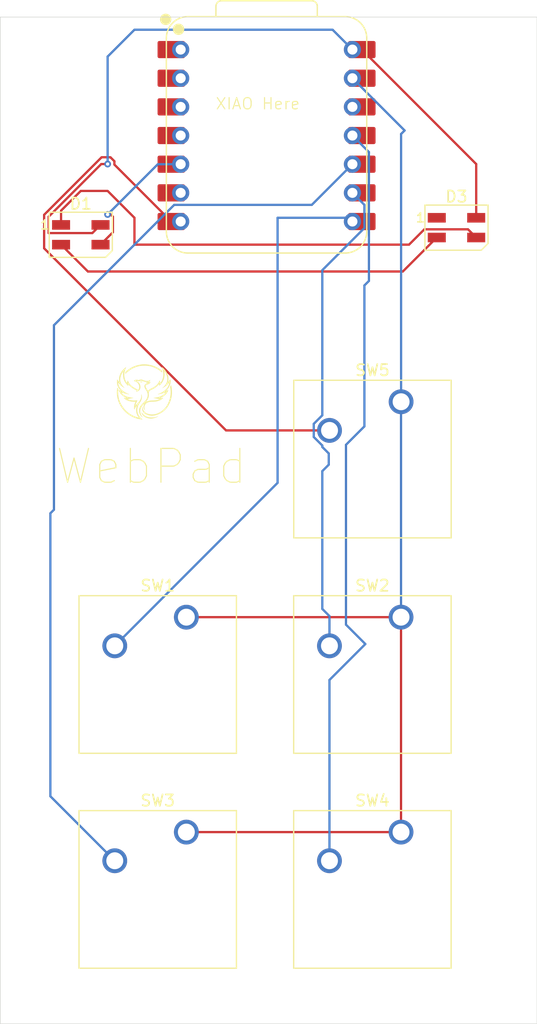
<source format=kicad_pcb>
(kicad_pcb (version 20241229) (generator "pcbnew") (generator_version "9.0")
  (layers (0 "F.Cu" signal) (2 "B.Cu" signal) (13 "F.Paste" user) (15 "B.Paste" user) (5 "F.SilkS" user "F.Silkscreen") (7 "B.SilkS" user "B.Silkscreen") (1 "F.Mask" user) (3 "B.Mask" user) (25 "Edge.Cuts" user))
  (net 0 "")
  (net 1 "Net-(D1-DOUT)")
  (net 2 "Net-(D1-VSS)")
  (net 3 "+5V")
  (net 4 "Net-(D1-DIN)")
  (net 6 "GND")
  (net 7 "Net-(U1-GPIO1{slash}RX)")
  (net 8 "Net-(U1-GPIO2{slash}SCK)")
  (net 9 "Net-(U1-GPIO4{slash}MISO)")
  (net 10 "Net-(U1-GPIO3{slash}MOSI)")
  (net 14 "Net-(U1-GPIO0{slash}TX)")
  (footprint "LED_SMD:LED_SK6812MINI_PLCC4_3.5x3.5mm_P1.75mm" (layer "F.Cu") (at 207.16875 46.11875)
    (property "Reference" "D3")
    (property "Value" "SK6812MINI")
  )
  (footprint "Button_Switch_Keyboard:SW_Cherry_MX_1.00u_PCB" (layer "F.Cu") (at 183.1975 80.645)
    (property "Reference" "SW1")
    (property "Value" "SW_Push")
  )
  (footprint "KiCAD OPL:XIAO-RP2040-DIP" (layer "F.Cu") (at 190.314992 37.955221)
    (property "Reference" "U1" (hide yes))
    (property "Value" "XIAO-RP2040-DIP")
  )
  (footprint "Button_Switch_Keyboard:SW_Cherry_MX_1.00u_PCB" (layer "F.Cu") (at 183.1975 99.695)
    (property "Reference" "SW3")
    (property "Value" "SW_Push")
  )
  (footprint "Button_Switch_Keyboard:SW_Cherry_MX_1.00u_PCB" (layer "F.Cu") (at 202.2475 99.695)
    (property "Reference" "SW4")
    (property "Value" "SW_Push")
  )
  (footprint "Button_Switch_Keyboard:SW_Cherry_MX_1.00u_PCB" (layer "F.Cu") (at 202.2475 80.645)
    (property "Reference" "SW2")
    (property "Value" "SW_Push")
  )
  (footprint "Button_Switch_Keyboard:SW_Cherry_MX_1.00u_PCB" (layer "F.Cu") (at 202.253757 61.550724)
    (property "Reference" "SW5")
    (property "Value" "SW_Push")
  )
  (footprint "LED_SMD:LED_SK6812MINI_PLCC4_3.5x3.5mm_P1.75mm" (layer "F.Cu") (at 173.83125 46.75)
    (property "Reference" "D1")
    (property "Value" "SK6812MINI")
  )
  (gr_poly (pts (xy 179.178884 59.748738) (xy 179.184443 59.749031) (xy 179.189893 59.749538) (xy 179.200483 59.751157) (xy 179.210696 59.753527) (xy 179.22057 59.75658) (xy 179.230145 59.760248) (xy 179.23946 59.764463) (xy 179.248556 59.769156) (xy 179.257472 59.77426) (xy 179.266247 59.779706) (xy 179.274921 59.785426) (xy 179.309398 59.809685) (xy 179.269903 59.822873) (xy 179.253121 59.827993) (xy 179.238017 59.832061) (xy 179.224365 59.835024) (xy 179.211941 59.83683) (xy 179.206119 59.837283) (xy 179.20052 59.837428) (xy 179.195115 59.837257) (xy 179.189876 59.836765) (xy 179.184776 59.835944) (xy 179.179785 59.834789) (xy 179.174877 59.833293) (xy 179.170022 59.831449) (xy 179.165193 59.829251) (xy 179.160361 59.826692) (xy 179.155499 59.823766) (xy 179.150578 59.820466) (xy 179.140448 59.812719) (xy 179.129746 59.803399) (xy 179.118246 59.792454) (xy 179.105725 59.779832) (xy 179.106186 59.777493) (xy 179.106751 59.775309) (xy 179.107416 59.773274) (xy 179.108177 59.77138) (xy 179.109032 59.769622) (xy 179.109977 59.767994) (xy 179.111009 59.766488) (xy 179.112125 59.765099) (xy 179.113321 59.763819) (xy 179.114594 59.762643) (xy 179.115941 59.761564) (xy 179.117358 59.760575) (xy 179.118843 59.759671) (xy 179.120391 59.758844) (xy 179.122 59.758088) (xy 179.123667 59.757396) (xy 179.125387 59.756763) (xy 179.127159 59.756182) (xy 179.130841 59.755149) (xy 179.134687 59.754246) (xy 179.13867 59.753421) (xy 179.146945 59.751799) (xy 179.151184 59.750898) (xy 179.155455 59.749869) (xy 179.161501 59.749224) (xy 179.167418 59.748826) (xy 179.173211 59.748667)) (fill yes) (layer "F.SilkS"))
  (gr_poly (pts (xy 181.050546 58.484953) (xy 181.089703 58.514035) (xy 181.127496 58.54424) (xy 181.163936 58.575557) (xy 181.199034 58.607977) (xy 181.232804 58.64149) (xy 181.265256 58.676086) (xy 181.296402 58.711756) (xy 181.326255 58.748488) (xy 181.354825 58.786274) (xy 181.382126 58.825104) (xy 181.408168 58.864968) (xy 181.432963 58.905855) (xy 181.456524 58.947756) (xy 181.478862 58.990661) (xy 181.499989 59.034561) (xy 181.519932 59.079797) (xy 181.53803 59.125303) (xy 181.554256 59.1711) (xy 181.56858 59.217206) (xy 181.580976 59.263643) (xy 181.591413 59.31043) (xy 181.599864 59.357588) (xy 181.606301 59.405135) (xy 181.610695 59.453093) (xy 181.613018 59.50148) (xy 181.613241 59.550318) (xy 181.611337 59.599626) (xy 181.607276 59.649424) (xy 181.601031 59.699732) (xy 181.592573 59.750571) (xy 181.581874 59.801959) (xy 181.596485 59.786906) (xy 181.61032 59.771725) (xy 181.62344 59.756429) (xy 181.635907 59.74103) (xy 181.647782 59.725541) (xy 181.659129 59.709975) (xy 181.670008 59.694344) (xy 181.680481 59.678661) (xy 181.700459 59.647192) (xy 181.719556 59.615668) (xy 181.757087 59.552866) (xy 181.769816 59.573083) (xy 181.780673 59.595022) (xy 181.789689 59.618588) (xy 181.796897 59.64369) (xy 181.80233 59.670235) (xy 181.806021 59.698129) (xy 181.808002 59.727279) (xy 181.808305 59.757594) (xy 181.806964 59.788979) (xy 181.804011 59.821343) (xy 181.7934 59.888633) (xy 181.776733 59.958723) (xy 181.754271 60.030867) (xy 181.726276 60.104325) (xy 181.693008 60.178353) (xy 181.654729 60.252208) (xy 181.6117 60.325147) (xy 181.564182 60.396428) (xy 181.512436 60.465308) (xy 181.456724 60.531044) (xy 181.397306 60.592893) (xy 181.410777 60.58985) (xy 181.423917 60.586201) (xy 181.43678 60.58201) (xy 181.449419 60.577343) (xy 181.461887 60.572265) (xy 181.474239 60.566841) (xy 181.498804 60.555217) (xy 181.548886 60.530687) (xy 181.561916 60.524668) (xy 181.575257 60.518824) (xy 181.588962 60.513221) (xy 181.603086 60.507924) (xy 181.578219 60.575042) (xy 181.550159 60.6384) (xy 181.519002 60.698142) (xy 181.484844 60.75441) (xy 181.447783 60.807348) (xy 181.407915 60.857097) (xy 181.365338 60.903801) (xy 181.320147 60.947602) (xy 181.272441 60.988643) (xy 181.222316 61.027067) (xy 181.169868 61.063017) (xy 181.115196 61.096634) (xy 181.058394 61.128063) (xy 180.999561 61.157446) (xy 180.938793 61.184925) (xy 180.876188 61.210643) (xy 181.129448 61.210643) (xy 181.129357 61.214103) (xy 181.129128 61.217408) (xy 181.128765 61.220562) (xy 181.128274 61.223572) (xy 181.127663 61.226443) (xy 181.126936 61.229182) (xy 181.126099 61.231794) (xy 181.125159 61.234286) (xy 181.124121 61.236663) (xy 181.122991 61.238931) (xy 181.121775 61.241097) (xy 181.120478 61.243165) (xy 181.119108 61.245143) (xy 181.117669 61.247037) (xy 181.11461 61.250592) (xy 181.111348 61.25388) (xy 181.10793 61.256947) (xy 181.104404 61.259842) (xy 181.100816 61.262612) (xy 181.093644 61.267966) (xy 181.090154 61.270647) (xy 181.08679 61.273393) (xy 181.044324 61.307719) (xy 181.000894 61.339328) (xy 180.956533 61.368308) (xy 180.911275 61.394745) (xy 180.865151 61.418727) (xy 180.818196 61.440341) (xy 180.770441 61.459675) (xy 180.72192 61.476815) (xy 180.672665 61.491849) (xy 180.62271 61.504864) (xy 180.572086 61.515947) (xy 180.520828 61.525186) (xy 180.468968 61.532667) (xy 180.416538 61.538479) (xy 180.363573 61.542708) (xy 180.310103 61.545441) (xy 180.105478 61.549301) (xy 180.054439 61.551779) (xy 180.028965 61.553691) (xy 180.003527 61.55616) (xy 179.978131 61.559268) (xy 179.95278 61.563094) (xy 179.927482 61.567721) (xy 179.902239 61.573229) (xy 179.86669 61.582355) (xy 179.84914 61.587428) (xy 179.831757 61.592871) (xy 179.814556 61.598707) (xy 179.797549 61.604958) (xy 179.78075 61.611646) (xy 179.764173 61.618795) (xy 179.747831 61.626426) (xy 179.731737 61.634562) (xy 179.715905 61.643225) (xy 179.700349 61.652439) (xy 179.685082 61.662225) (xy 179.670117 61.672606) (xy 179.655469 61.683604) (xy 179.64115 61.695243) (xy 179.625892 61.708616) (xy 179.611356 61.722315) (xy 179.597543 61.736332) (xy 179.584454 61.750661) (xy 179.57209 61.765292) (xy 179.560452 61.78022) (xy 179.549542 61.795435) (xy 179.539359 61.81093) (xy 179.529905 61.826697) (xy 179.521182 61.84273) (xy 179.51319 61.85902) (xy 179.505931 61.875559) (xy 179.499405 61.89234) (xy 179.493613 61.909355) (xy 179.488557 61.926597) (xy 179.484238 61.944058) (xy 179.480656 61.96173) (xy 179.477813 61.979606) (xy 179.475709 61.997678) (xy 179.474347 62.015938) (xy 179.473726 62.034378) (xy 179.473848 62.052992) (xy 179.474714 62.07177) (xy 179.476325 62.090707) (xy 179.478682 62.109793) (xy 179.481786 62.129022) (xy 179.485638 62.148385) (xy 179.49024 62.167875) (xy 179.495592 62.187485) (xy 179.501695 62.207206) (xy 179.516159 62.246952) (xy 179.51742 62.249824) (xy 179.518856 62.252657) (xy 179.520418 62.255467) (xy 179.522057 62.258264) (xy 179.525373 62.263874) (xy 179.526953 62.266712) (xy 179.528414 62.269588) (xy 179.52971 62.272517) (xy 179.53028 62.274004) (xy 179.530791 62.275509) (xy 179.531235 62.277033) (xy 179.531608 62.278579) (xy 179.531902 62.280146) (xy 179.532113 62.281737) (xy 179.532233 62.283355) (xy 179.532256 62.284999) (xy 179.532178 62.286672) (xy 179.53199 62.288375) (xy 179.531689 62.29011) (xy 179.531266 62.291879) (xy 179.530717 62.293682) (xy 179.530034 62.295523) (xy 179.515158 62.286121) (xy 179.501131 62.275671) (xy 179.487959 62.264214) (xy 179.475645 62.251792) (xy 179.464194 62.238446) (xy 179.45361 62.224218) (xy 179.443898 62.209151) (xy 179.435061 62.193285) (xy 179.427105 62.176663) (xy 179.420033 62.159326) (xy 179.413849 62.141317) (xy 179.408558 62.122676) (xy 179.404165 62.103446) (xy 179.400673 62.083668) (xy 179.398086 62.063385) (xy 179.39641 62.042637) (xy 179.395648 62.021467) (xy 179.395805 61.999916) (xy 179.396884 61.978027) (xy 179.398891 61.955841) (xy 179.401829 61.933399) (xy 179.405703 61.910744) (xy 179.410517 61.887918) (xy 179.416276 61.864961) (xy 179.422983 61.841916) (xy 179.430643 61.818825) (xy 179.43926 61.795729) (xy 179.448838 61.77267) (xy 179.459382 61.74969) (xy 179.470897 61.726831) (xy 179.483385 61.704134) (xy 179.496853 61.681641) (xy 179.410876 61.767539) (xy 179.369483 61.809819) (xy 179.329746 61.852417) (xy 179.310638 61.874013) (xy 179.29211 61.895903) (xy 179.274219 61.918158) (xy 179.257021 61.94085) (xy 179.240569 61.964051) (xy 179.224922 61.987832) (xy 179.210133 62.012264) (xy 179.196258 62.037419) (xy 179.170559 62.090447) (xy 179.149236 62.143122) (xy 179.132208 62.195449) (xy 179.1194 62.247431) (xy 179.110732 62.299073) (xy 179.106125 62.35038) (xy 179.105503 62.401357) (xy 179.108787 62.452007) (xy 179.115898 62.502335) (xy 179.126758 62.552346) (xy 179.14129 62.602045) (xy 179.159414 62.651435) (xy 179.181053 62.700522) (xy 179.206129 62.749309) (xy 179.234563 62.797802) (xy 179.266277 62.846005) (xy 179.269334 62.850197) (xy 179.272573 62.854287) (xy 179.275952 62.858309) (xy 179.279427 62.862297) (xy 179.286493 62.870307) (xy 179.289997 62.874398) (xy 179.293424 62.878591) (xy 179.29673 62.882921) (xy 179.299872 62.887423) (xy 179.302808 62.892129) (xy 179.304184 62.89457) (xy 179.305493 62.897075) (xy 179.306728 62.899648) (xy 179.307884 62.902294) (xy 179.308956 62.905017) (xy 179.309938 62.907821) (xy 179.310825 62.910711) (xy 179.311611 62.91369) (xy 179.312292 62.916764) (xy 179.312861 62.919935) (xy 179.309876 62.919949) (xy 179.306984 62.919828) (xy 179.304182 62.919578) (xy 179.301466 62.919205) (xy 179.298832 62.918714) (xy 179.296278 62.91811) (xy 179.293799 62.917399) (xy 179.291394 62.916587) (xy 179.289057 62.91568) (xy 179.286786 62.914681) (xy 179.284578 62.913599) (xy 179.282428 62.912436) (xy 179.278293 62.909897) (xy 179.274352 62.907107) (xy 179.27058 62.904111) (xy 179.266948 62.900953) (xy 179.26343 62.897677) (xy 179.259999 62.894329) (xy 179.253287 62.88759) (xy 179.246595 62.881089) (xy 179.219078 62.854455) (xy 179.193171 62.827098) (xy 179.168876 62.799058) (xy 179.146196 62.770374) (xy 179.125133 62.741084) (xy 179.10569 62.711228) (xy 179.087868 62.680844) (xy 179.07167 62.649972) (xy 179.057098 62.61865) (xy 179.044154 62.586918) (xy 179.032841 62.554814) (xy 179.023161 62.522378) (xy 179.015117 62.489647) (xy 179.00871 62.456663) (xy 179.003944 62.423462) (xy 179.000819 62.390085) (xy 178.999339 62.35657) (xy 178.999505 62.322956) (xy 179.001321 62.289282) (xy 179.004788 62.255588) (xy 179.009909 62.221912) (xy 179.016686 62.188292) (xy 179.025121 62.154769) (xy 179.035216 62.121381) (xy 179.046975 62.088167) (xy 179.060398 62.055166) (xy 179.075489 62.022417) (xy 179.09225 61.989959) (xy 179.110682 61.95783) (xy 179.130789 61.926071) (xy 179.152573 61.894719) (xy 179.176035 61.863814) (xy 179.197174 61.837747) (xy 179.218825 61.812162) (xy 179.240925 61.787002) (xy 179.263411 61.762206) (xy 179.309296 61.713479) (xy 179.355982 61.66551) (xy 179.449766 61.569973) (xy 179.460263 61.558929) (xy 179.623501 61.558929) (xy 179.658918 61.54219) (xy 179.694521 61.526547) (xy 179.730368 61.512045) (xy 179.766512 61.498731) (xy 179.803011 61.486649) (xy 179.839918 61.475843) (xy 179.877291 61.46636) (xy 179.915183 61.458244) (xy 179.949948 61.452148) (xy 179.984782 61.447257) (xy 180.019677 61.44342) (xy 180.054623 61.440487) (xy 180.124638 61.436734) (xy 180.194758 61.434796) (xy 180.335045 61.431557) (xy 180.405076 61.427853) (xy 180.440034 61.424954) (xy 180.474942 61.421157) (xy 180.497429 61.418086) (xy 180.520532 61.414345) (xy 180.567842 61.404997) (xy 180.591675 61.399463) (xy 180.615377 61.393402) (xy 180.638763 61.386851) (xy 180.661645 61.379847) (xy 180.683836 61.372424) (xy 180.70515 61.364619) (xy 180.7254 61.356468) (xy 180.7444 61.348008) (xy 180.761962 61.339273) (xy 180.7779 61.3303) (xy 180.792026 61.321125) (xy 180.804155 61.311783) (xy 180.669589 61.29138) (xy 180.602363 61.281079) (xy 180.535383 61.269667) (xy 180.468805 61.25636) (xy 180.435717 61.24875) (xy 180.402788 61.240372) (xy 180.370037 61.231128) (xy 180.337485 61.220919) (xy 180.305151 61.209649) (xy 180.273055 61.197218) (xy 180.429225 61.181919) (xy 180.506093 61.171764) (xy 180.581969 61.159497) (xy 180.656715 61.144786) (xy 180.730195 61.1273) (xy 180.802272 61.106708) (xy 180.872811 61.082678) (xy 180.941675 61.05488) (xy 181.008727 61.022982) (xy 181.073831 60.986653) (xy 181.136851 60.945561) (xy 181.197649 60.899376) (xy 181.256091 60.847765) (xy 181.312038 60.790398) (xy 181.365355 60.726944) (xy 181.343546 60.731992) (xy 181.321969 60.737613) (xy 181.300582 60.743698) (xy 181.279343 60.75014) (xy 181.195057 60.777336) (xy 181.150974 60.791278) (xy 181.106775 60.804872) (xy 181.062424 60.817933) (xy 181.017884 60.830277) (xy 180.974754 60.841558) (xy 180.931441 60.852208) (xy 180.909712 60.857201) (xy 180.887932 60.861921) (xy 180.866099 60.86633) (xy 180.844211 60.870391) (xy 180.757609 60.887147) (xy 180.735373 60.890581) (xy 180.724117 60.891977) (xy 180.712756 60.893109) (xy 180.701282 60.893939) (xy 180.689685 60.894429) (xy 180.677957 60.894543) (xy 180.666087 60.894241) (xy 180.66718 60.891697) (xy 180.668303 60.889314) (xy 180.669453 60.887087) (xy 180.67063 60.885008) (xy 180.671832 60.883072) (xy 180.673057 60.881272) (xy 180.674305 60.879601) (xy 180.675573 60.878054) (xy 180.67686 60.876624) (xy 180.678165 60.875305) (xy 180.679486 60.87409) (xy 180.680822 60.872974) (xy 180.682171 60.871948) (xy 180.683532 60.871009) (xy 180.684904 60.870148) (xy 180.686285 60.86936) (xy 180.689067 60.867977) (xy 180.691868 60.866809) (xy 180.694677 60.865805) (xy 180.69748 60.864915) (xy 180.703027 60.863272) (xy 180.705748 60.862418) (xy 180.708417 60.861474) (xy 180.764485 60.8395) (xy 180.819841 60.816464) (xy 180.874427 60.792279) (xy 180.928182 60.76686) (xy 180.981045 60.74012) (xy 181.032957 60.711973) (xy 181.083857 60.682335) (xy 181.133686 60.651118) (xy 181.182384 60.618237) (xy 181.229889 60.583605) (xy 181.276143 60.547138) (xy 181.321084 60.508748) (xy 181.364653 60.46835) (xy 181.40679 60.425858) (xy 181.447435 60.381186) (xy 181.486527 60.334248) (xy 181.507725 60.306489) (xy 181.52785 60.27787) (xy 181.54685 60.248544) (xy 181.564675 60.218663) (xy 181.581276 60.188379) (xy 181.596602 60.157843) (xy 181.610602 60.127209) (xy 181.623226 60.096628) (xy 181.634424 60.066253) (xy 181.644146 60.036235) (xy 181.652341 60.006726) (xy 181.658958 59.977879) (xy 181.663949 59.949846) (xy 181.667261 59.922779) (xy 181.668846 59.89683) (xy 181.668652 59.87215) (xy 181.602871 59.940414) (xy 181.569252 59.973751) (xy 181.535106 60.006537) (xy 181.500402 60.038758) (xy 181.465111 60.070401) (xy 181.4292 60.10145) (xy 181.39264 60.131891) (xy 181.355399 60.161709) (xy 181.317448 60.19089) (xy 181.278754 60.219419) (xy 181.239288 60.247282) (xy 181.199019 60.274464) (xy 181.157916 60.30095) (xy 181.115948 60.326727) (xy 181.073085 60.351779) (xy 181.073645 60.346439) (xy 181.074381 60.341579) (xy 181.075279 60.337166) (xy 181.076329 60.333167) (xy 181.077517 60.329551) (xy 181.078831 60.326285) (xy 181.080259 60.323337) (xy 181.081789 60.320673) (xy 181.083409 60.318262) (xy 181.085106 60.316072) (xy 181.086868 60.314069) (xy 181.088682 60.312222) (xy 181.090537 60.310498) (xy 181.09242 60.308864) (xy 181.096222 60.30574) (xy 181.115402 60.289745) (xy 181.13415 60.273363) (xy 181.152478 60.256608) (xy 181.170402 60.239492) (xy 181.187935 60.222027) (xy 181.205092 60.204228) (xy 181.221887 60.186106) (xy 181.238335 60.167674) (xy 181.25445 60.148947) (xy 181.270245 60.129935) (xy 181.285736 60.110653) (xy 181.300937 60.091113) (xy 181.330526 60.051311) (xy 181.359125 60.010633) (xy 181.378539 59.981168) (xy 181.396684 59.951295) (xy 181.413541 59.921018) (xy 181.42909 59.890342) (xy 181.443314 59.859273) (xy 181.456193 59.827816) (xy 181.467709 59.795977) (xy 181.477843 59.76376) (xy 181.486576 59.73117) (xy 181.493889 59.698214) (xy 181.499763 59.664896) (xy 181.50418 59.631222) (xy 181.507121 59.597196) (xy 181.508567 59.562825) (xy 181.508499 59.528113) (xy 181.506899 59.493065) (xy 181.503711 59.455168) (xy 181.499283 59.417602) (xy 181.493623 59.380356) (xy 181.48674 59.343422) (xy 181.478644 59.30679) (xy 181.469342 59.270449) (xy 181.458844 59.23439) (xy 181.447159 59.198604) (xy 181.434296 59.16308) (xy 181.420263 59.12781) (xy 181.405069 59.092782) (xy 181.388724 59.057988) (xy 181.371235 59.023417) (xy 181.352612 58.989061) (xy 181.332864 58.954909) (xy 181.311999 58.920951) (xy 181.24114 58.819577) (xy 181.254683 58.919713) (xy 181.262859 59.017539) (xy 181.2656 59.113061) (xy 181.262838 59.206282) (xy 181.254504 59.297206) (xy 181.24053 59.385836) (xy 181.220846 59.472177) (xy 181.195385 59.556231) (xy 181.164077 59.638004) (xy 181.126855 59.717499) (xy 181.083649 59.794719) (xy 181.034391 59.869669) (xy 180.979013 59.942353) (xy 180.917445 60.012774) (xy 180.84962 60.080935) (xy 180.775469 60.146842) (xy 180.791732 59.968292) (xy 180.787797 59.971308) (xy 180.784311 59.973869) (xy 180.778569 59.977986) (xy 180.776251 59.979721) (xy 180.775217 59.980546) (xy 180.774261 59.981359) (xy 180.77338 59.982171) (xy 180.77257 59.982991) (xy 180.771826 59.983833) (xy 180.771145 59.984707) (xy 180.746666 60.017244) (xy 180.721346 60.048796) (xy 180.695199 60.079379) (xy 180.66824 60.109009) (xy 180.640484 60.137702) (xy 180.611946 60.165474) (xy 180.582642 60.192342) (xy 180.552585 60.218322) (xy 180.521792 60.243429) (xy 180.490276 60.267681) (xy 180.458054 60.291093) (xy 180.425139 60.313682) (xy 180.391547 60.335463) (xy 180.357292 60.356454) (xy 180.32239 60.37667) (xy 180.286856 60.396128) (xy 180.256147 60.41221) (xy 180.225252 60.427942) (xy 180.163106 60.458733) (xy 180.10082 60.489271) (xy 180.038801 60.520321) (xy 180.026061 60.527075) (xy 180.013792 60.534072) (xy 180.001994 60.541313) (xy 179.990667 60.548798) (xy 179.979812 60.556527) (xy 179.969429 60.5645) (xy 179.959518 60.572717) (xy 179.95008 60.581178) (xy 179.941116 60.589883) (xy 179.932624 60.598833) (xy 179.924607 60.608026) (xy 179.917064 60.617465) (xy 179.909995 60.627147) (xy 179.903402 60.637075) (xy 179.897284 60.647247) (xy 179.891641 60.657663) (xy 179.886475 60.668325) (xy 179.881785 60.679231) (xy 179.877571 60.690382) (xy 179.873835 60.701778) (xy 179.870577 60.71342) (xy 179.867796 60.725306) (xy 179.865494 60.737438) (xy 179.863671 60.749815) (xy 179.862326 60.762438) (xy 179.861461 60.775306) (xy 179.861075 60.788419) (xy 179.86117 60.801778) (xy 179.861745 60.815383) (xy 179.862801 60.829233) (xy 179.864338 60.84333) (xy 179.866357 60.857672) (xy 179.870568 60.889448) (xy 179.873249 60.92091) (xy 179.874437 60.952066) (xy 179.874171 60.982927) (xy 179.872487 61.013503) (xy 179.869425 61.043805) (xy 179.865022 61.073841) (xy 179.859315 61.103623) (xy 179.852343 61.133161) (xy 179.844144 61.162464) (xy 179.834755 61.191543) (xy 179.824215 61.220408) (xy 179.81256 61.249069) (xy 179.79983 61.277537) (xy 179.786062 61.30582) (xy 179.771293 61.333931) (xy 179.763113 61.348563) (xy 179.754642 61.362994) (xy 179.736957 61.391358) (xy 179.718495 61.419238) (xy 179.699512 61.44685) (xy 179.66101 61.502132) (xy 179.642003 61.530233) (xy 179.623501 61.558929) (xy 179.460263 61.558929) (xy 179.49587 61.521468) (xy 179.540784 61.471847) (xy 179.566377 61.44181) (xy 179.590793 61.411312) (xy 179.613953 61.380318) (xy 179.635778 61.348794) (xy 179.656189 61.316705) (xy 179.675109 61.284017) (xy 179.692458 61.250695) (xy 179.708158 61.216706) (xy 179.722131 61.182014) (xy 179.734296 61.146584) (xy 179.744577 61.110384) (xy 179.752894 61.073377) (xy 179.759168 61.035531) (xy 179.763322 60.996809) (xy 179.765276 60.957178) (xy 179.764952 60.916603) (xy 179.763334 60.888965) (xy 179.760532 60.861767) (xy 179.756594 60.834992) (xy 179.751565 60.80862) (xy 179.745492 60.782633) (xy 179.738421 60.757015) (xy 179.730398 60.731746) (xy 179.72147 60.706807) (xy 179.711683 60.682182) (xy 179.701083 60.657852) (xy 179.689716 60.633798) (xy 179.677629 60.610003) (xy 179.664868 60.586448) (xy 179.651479 60.563116) (xy 179.623005 60.517044) (xy 179.579922 60.450521) (xy 179.559069 60.416948) (xy 179.549027 60.399968) (xy 179.539324 60.382815) (xy 179.530021 60.365457) (xy 179.521178 60.347859) (xy 179.512857 60.329989) (xy 179.505119 60.311815) (xy 179.498025 60.293302) (xy 179.491636 60.274419) (xy 179.486013 60.255132) (xy 179.481217 60.235408) (xy 179.479027 60.224483) (xy 179.477253 60.213641) (xy 179.475899 60.202877) (xy 179.474967 60.192187) (xy 179.47446 60.181565) (xy 179.474381 60.171008) (xy 179.474732 60.160509) (xy 179.475517 60.150066) (xy 179.476737 60.139672) (xy 179.478396 60.129323) (xy 179.480497 60.119014) (xy 179.483042 60.108741) (xy 179.486034 60.098499) (xy 179.489475 60.088284) (xy 179.49337 60.07809) (xy 179.497719 60.067912) (xy 179.502512 60.057704) (xy 179.507548 60.047903) (xy 179.512865 60.03854) (xy 179.5185 60.029644) (xy 179.52449 60.021245) (xy 179.530872 60.013372) (xy 179.537682 60.006055) (xy 179.541259 60.002615) (xy 179.544957 59.999325) (xy 179.548781 59.996189) (xy 179.552735 59.99321) (xy 179.556824 59.990393) (xy 179.561053 59.987741) (xy 179.565425 59.985258) (xy 179.569946 59.982947) (xy 179.574621 59.980813) (xy 179.579453 59.978859) (xy 179.584448 59.977088) (xy 179.58961 59.975505) (xy 179.594944 59.974113) (xy 179.600454 59.972915) (xy 179.606145 59.971917) (xy 179.612022 59.97112) (xy 179.618089 59.97053) (xy 179.62435 59.970149) (xy 179.645474 59.968909) (xy 179.66663 59.966889) (xy 179.67722 59.965531) (xy 179.687817 59.96391) (xy 179.698421 59.962005) (xy 179.709032 59.959791) (xy 179.719651 59.957248) (xy 179.730276 59.954353) (xy 179.740908 59.951082) (xy 179.751547 59.947413) (xy 179.762192 59.943325) (xy 179.772843 59.938793) (xy 179.7835 59.933797) (xy 179.794162 59.928312) (xy 179.742321 59.924325) (xy 179.717 59.921781) (xy 179.704476 59.92013) (xy 179.692037 59.918133) (xy 179.679681 59.915722) (xy 179.667403 59.912827) (xy 179.655199 59.909379) (xy 179.643065 59.90531) (xy 179.630998 59.900549) (xy 179.618994 59.895028) (xy 179.607048 59.888678) (xy 179.595157 59.881429) (xy 179.606357 59.873531) (xy 179.617766 59.866349) (xy 179.629348 59.859768) (xy 179.641066 59.853669) (xy 179.664765 59.84245) (xy 179.688568 59.831753) (xy 179.712183 59.82064) (xy 179.723828 59.814634) (xy 179.735316 59.808173) (xy 179.746611 59.801137) (xy 179.757676 59.793412) (xy 179.768474 59.784878) (xy 179.778968 59.775419) (xy 179.746471 59.781085) (xy 179.714348 59.785245) (xy 179.682581 59.787944) (xy 179.651152 59.789223) (xy 179.620043 59.789126) (xy 179.589236 59.787695) (xy 179.558714 59.784972) (xy 179.528458 59.781) (xy 179.498451 59.775822) (xy 179.468675 59.769481) (xy 179.439111 59.762018) (xy 179.409742 59.753477) (xy 179.38055 59.7439) (xy 179.351517 59.733329) (xy 179.322626 59.721808) (xy 179.293857 59.70938) (xy 179.275788 59.701786) (xy 179.257726 59.695227) (xy 179.239681 59.689735) (xy 179.221665 59.685348) (xy 179.203692 59.682101) (xy 179.185771 59.68003) (xy 179.167916 59.679169) (xy 179.150138 59.679555) (xy 179.132449 59.681223) (xy 179.114861 59.684209) (xy 179.097385 59.688548) (xy 179.080034 59.694276) (xy 179.062819 59.701428) (xy 179.045752 59.710041) (xy 179.028845 59.720149) (xy 179.01211 59.731788) (xy 179.009819 59.733424) (xy 179.007551 59.7349) (xy 179.005307 59.736221) (xy 179.003084 59.737391) (xy 179.000882 59.738416) (xy 178.998699 59.739302) (xy 178.996534 59.740053) (xy 178.994385 59.740674) (xy 178.992253 59.741171) (xy 178.990135 59.741549) (xy 178.98803 59.741812) (xy 178.985936 59.741967) (xy 178.983854 59.742019) (xy 178.981781 59.741971) (xy 178.97766 59.741602) (xy 178.973562 59.7409) (xy 178.969478 59.739908) (xy 178.965399 59.738667) (xy 178.961314 59.737217) (xy 178.957214 59.735601) (xy 178.95309 59.73386) (xy 178.944729 59.730167) (xy 178.932911 59.725069) (xy 178.921024 59.720246) (xy 178.909059 59.71572) (xy 178.897007 59.711511) (xy 178.884861 59.707639) (xy 178.872611 59.704126) (xy 178.86025 59.700991) (xy 178.847768 59.698257) (xy 178.835158 59.695943) (xy 178.82241 59.69407) (xy 178.809517 59.692659) (xy 178.796469 59.691731) (xy 178.783258 59.691306) (xy 178.769875 59.691405) (xy 178.756313 59.692049) (xy 178.742563 59.693259) (xy 178.777639 59.71063) (xy 178.795134 59.719399) (xy 178.812502 59.728405) (xy 178.834334 59.740581) (xy 178.855498 59.753564) (xy 178.875979 59.767325) (xy 178.895764 59.781832) (xy 178.914839 59.797055) (xy 178.93319 59.812965) (xy 178.950802 59.82953) (xy 178.967661 59.846721) (xy 178.983754 59.864508) (xy 178.999067 59.882859) (xy 179.013585 59.901745) (xy 179.027294 59.921136) (xy 179.040181 59.941001) (xy 179.052231 59.96131) (xy 179.06343 59.982032) (xy 179.073765 60.003138) (xy 179.08322 60.024597) (xy 179.091783 60.046379) (xy 179.099439 60.068454) (xy 179.106174 60.09079) (xy 179.111974 60.113359) (xy 179.116826 60.136129) (xy 179.120714 60.159071) (xy 179.123625 60.182154) (xy 179.125544 60.205348) (xy 179.126459 60.228623) (xy 179.126355 60.251947) (xy 179.125217 60.275292) (xy 179.123032 60.298627) (xy 179.119786 60.321921) (xy 179.115464 60.345144) (xy 179.110053 60.368266) (xy 179.105645 60.383737) (xy 179.100483 60.39901) (xy 179.094593 60.414064) (xy 179.088 60.428878) (xy 179.080731 60.443432) (xy 179.07281 60.457707) (xy 179.064264 60.471681) (xy 179.055117 60.485335) (xy 179.045397 60.498648) (xy 179.035127 60.511599) (xy 179.024334 60.52417) (xy 179.013044 60.536339) (xy 179.001282 60.548086) (xy 178.989073 60.559391) (xy 178.976444 60.570234) (xy 178.96342 60.580594) (xy 178.950026 60.590451) (xy 178.936289 60.599785) (xy 178.922234 60.608575) (xy 178.907886 60.616802) (xy 178.893271 60.624445) (xy 178.878415 60.631483) (xy 178.863343 60.637897) (xy 178.848081 60.643666) (xy 178.832655 60.64877) (xy 178.81709 60.653188) (xy 178.801412 60.656901) (xy 178.785646 60.659888) (xy 178.769818 60.662129) (xy 178.753955 60.663604) (xy 178.73808 60.664291) (xy 178.722221 60.664172) (xy 178.723843 60.660563) (xy 178.725686 60.657186) (xy 178.727733 60.654022) (xy 178.72997 60.651054) (xy 178.732381 60.648264) (xy 178.73495 60.645633) (xy 178.737663 60.643143) (xy 178.740502 60.640777) (xy 178.7465 60.636342) (xy 178.75282 60.632182) (xy 178.765928 60.624114) (xy 178.772468 60.619915) (xy 178.778833 60.615413) (xy 178.78191 60.613003) (xy 178.784897 60.610463) (xy 178.787778 60.607776) (xy 178.790537 60.604922) (xy 178.793159 60.601884) (xy 178.795629 60.598643) (xy 178.79793 60.595183) (xy 178.800047 60.591483) (xy 178.801964 60.587528) (xy 178.803667 60.583297) (xy 178.805139 60.578774) (xy 178.806365 60.57394) (xy 178.702953 60.510945) (xy 178.598235 60.448971) (xy 178.493802 60.385995) (xy 178.44219 60.353499) (xy 178.391246 60.319994) (xy 178.341169 60.285226) (xy 178.292158 60.248943) (xy 178.244412 60.210892) (xy 178.19813 60.17082) (xy 178.153511 60.128474) (xy 178.110753 60.083602) (xy 178.070056 60.035949) (xy 178.031619 59.985263) (xy 178.051997 60.156515) (xy 177.978455 60.091473) (xy 177.944192 60.0581) (xy 177.911578 60.024167) (xy 177.880598 59.989676) (xy 177.851236 59.954635) (xy 177.823474 59.919046) (xy 177.797297 59.882916) (xy 177.772688 59.846249) (xy 177.749631 59.809049) (xy 177.728109 59.771322) (xy 177.708107 59.733073) (xy 177.689607 59.694306) (xy 177.672594 59.655026) (xy 177.642962 59.574948) (xy 177.619079 59.492876) (xy 177.600814 59.40885) (xy 177.588038 59.322909) (xy 177.580619 59.23509) (xy 177.578427 59.145434) (xy 177.58133 59.053978) (xy 177.589197 58.960761) (xy 177.601899 58.865823) (xy 177.570401 58.908848) (xy 177.54043 58.952365) (xy 177.51208 58.996416) (xy 177.485445 59.04104) (xy 177.460619 59.086279) (xy 177.437697 59.132173) (xy 177.416772 59.178761) (xy 177.397938 59.226086) (xy 177.38129 59.274186) (xy 177.366922 59.323103) (xy 177.354927 59.372876) (xy 177.3454 59.423547) (xy 177.338435 59.475156) (xy 177.334125 59.527743) (xy 177.332566 59.581349) (xy 177.333851 59.636014) (xy 177.335768 59.664129) (xy 177.338679 59.691665) (xy 177.347358 59.745079) (xy 177.359631 59.79641) (xy 177.375246 59.845813) (xy 177.393947 59.893443) (xy 177.415479 59.939455) (xy 177.439588 59.984003) (xy 177.466019 60.027243) (xy 177.494517 60.069329) (xy 177.524827 60.110416) (xy 177.556695 60.150658) (xy 177.589867 60.190211) (xy 177.6591 60.267868) (xy 177.730489 60.344624) (xy 177.688992 60.322137) (xy 177.648468 60.298454) (xy 177.608856 60.273609) (xy 177.570093 60.247631) (xy 177.532117 60.220552) (xy 177.494866 60.192403) (xy 177.458278 60.163216) (xy 177.422291 60.133021) (xy 177.386843 60.10185) (xy 177.351872 60.069735) (xy 177.317315 60.036706) (xy 177.283111 60.002794) (xy 177.215513 59.932449) (xy 177.14858 59.85895) (xy 177.150633 59.886014) (xy 177.153352 59.912459) (xy 177.156732 59.938315) (xy 177.160766 59.963614) (xy 177.165451 59.988387) (xy 177.17078 60.012664) (xy 177.176747 60.036475) (xy 177.183348 60.059853) (xy 177.190577 60.082827) (xy 177.198428 60.105429) (xy 177.206896 60.127689) (xy 177.215976 60.149638) (xy 177.225661 60.171307) (xy 177.235947 60.192726) (xy 177.246829 60.213928) (xy 177.258299 60.234941) (xy 177.282133 60.275201) (xy 177.307433 60.31389) (xy 177.334142 60.351069) (xy 177.362202 60.3868) (xy 177.391554 60.421145) (xy 177.42214 60.454165) (xy 177.453904 60.485922) (xy 177.486786 60.516477) (xy 177.520728 60.545893) (xy 177.555674 60.57423) (xy 177.591564 60.601551) (xy 177.628341 60.627916) (xy 177.665947 60.653389) (xy 177.704323 60.678029) (xy 177.743413 60.701899) (xy 177.783157 60.725061) (xy 177.818607 60.744717) (xy 177.854462 60.763538) (xy 177.890703 60.781558) (xy 177.927309 60.79881) (xy 177.96426 60.815329) (xy 178.001536 60.831148) (xy 178.039117 60.846301) (xy 178.076983 60.860822) (xy 178.079955 60.861835) (xy 178.083021 60.862736) (xy 178.089301 60.86444) (xy 178.092449 60.865366) (xy 178.095557 60.866421) (xy 178.098594 60.867667) (xy 178.100075 60.86838) (xy 178.101525 60.869164) (xy 178.102941 60.870026) (xy 178.104318 60.870973) (xy 178.105653 60.872014) (xy 178.10694 60.873155) (xy 178.108176 60.874405) (xy 178.109357 60.87577) (xy 178.110478 60.877259) (xy 178.111536 60.87888) (xy 178.112526 60.880639) (xy 178.113445 60.882544) (xy 178.114287 60.884603) (xy 178.115049 60.886824) (xy 178.115727 60.889214) (xy 178.116317 60.891781) (xy 178.116814 60.894532) (xy 178.117214 60.897474) (xy 178.072894 60.8921) (xy 178.028882 60.88578) (xy 177.941721 60.87046) (xy 177.855611 60.851833) (xy 177.770428 60.830215) (xy 177.68605 60.805922) (xy 177.602354 60.779271) (xy 177.519218 60.750578) (xy 177.436519 60.72016) (xy 177.440614 60.731453) (xy 177.445815 60.743042) (xy 177.45208 60.7549) (xy 177.459365 60.766997) (xy 177.46763 60.779304) (xy 177.476831 60.791792) (xy 177.497873 60.817192) (xy 177.522152 60.842964) (xy 177.549331 60.868876) (xy 177.579069 60.894694) (xy 177.611028 60.920184) (xy 177.644869 60.945114) (xy 177.680254 60.969249) (xy 177.716843 60.992356) (xy 177.754298 61.014203) (xy 177.792279 61.034555) (xy 177.830448 61.05318) (xy 177.868466 61.069843) (xy 177.905995 61.084312) (xy 177.942111 61.096659) (xy 177.978406 61.107978) (xy 178.014873 61.118334) (xy 178.051504 61.127796) (xy 178.125228 61.144303) (xy 178.199518 61.158036) (xy 178.274313 61.16953) (xy 178.349552 61.179322) (xy 178.501125 61.195942) (xy 178.469489 61.208702) (xy 178.437584 61.220171) (xy 178.405434 61.230476) (xy 178.373063 61.239743) (xy 178.340498 61.248098) (xy 178.307762 61.255669) (xy 178.241879 61.268961) (xy 178.109162 61.291694) (xy 178.042726 61.303157) (xy 177.976503 61.316035) (xy 178.028331 61.338971) (xy 178.080459 61.359357) (xy 178.1329 61.377252) (xy 178.185672 61.392717) (xy 178.238788 61.405813) (xy 178.292264 61.4166) (xy 178.346114 61.425139) (xy 178.400355 61.43149) (xy 178.455002 61.435713) (xy 178.510068 61.43787) (xy 178.56557 61.43802) (xy 178.621523 61.436225) (xy 178.677942 61.432544) (xy 178.734841 61.427038) (xy 178.792237 61.419768) (xy 178.850144 61.410794) (xy 178.842729 61.439916) (xy 178.83394 61.468474) (xy 178.823993 61.49656) (xy 178.8131 61.524267) (xy 178.78934 61.578913) (xy 178.764379 61.63315) (xy 178.739932 61.687717) (xy 178.728439 61.715355) (xy 178.717718 61.743353) (xy 178.707985 61.771802) (xy 178.699454 61.800796) (xy 178.69234 61.830426) (xy 178.686857 61.860785) (xy 178.769672 61.787249) (xy 178.810078 61.750129) (xy 178.849574 61.712572) (xy 178.887975 61.674427) (xy 178.925097 61.635545) (xy 178.960759 61.595773) (xy 178.994775 61.554961) (xy 179.026964 61.512957) (xy 179.057142 61.469612) (xy 179.085125 61.424774) (xy 179.110731 61.378292) (xy 179.133775 61.330015) (xy 179.154075 61.279793) (xy 179.163138 61.253905) (xy 179.171447 61.227474) (xy 179.178978 61.200481) (xy 179.185708 61.172907) (xy 179.188793 61.158155) (xy 179.191378 61.143396) (xy 179.193498 61.128632) (xy 179.195189 61.113861) (xy 179.196484 61.099084) (xy 179.197418 61.0843) (xy 179.198342 61.054713) (xy 179.198238 61.025099) (xy 179.197384 60.995457) (xy 179.194532 60.936087) (xy 179.190126 60.914216) (xy 179.190069 60.912765) (xy 179.190092 60.911305) (xy 179.190205 60.909836) (xy 179.190417 60.908358) (xy 179.190737 60.906871) (xy 179.191175 60.905376) (xy 179.191738 60.903872) (xy 179.192437 60.90236) (xy 179.193281 60.90084) (xy 179.194279 60.899312) (xy 179.195439 60.897776) (xy 179.196772 60.896232) (xy 179.198285 60.894681) (xy 179.19999 60.893122) (xy 179.201893 60.891556) (xy 179.204006 60.889982) (xy 179.210469 60.901344) (xy 179.216393 60.912821) (xy 179.2218 60.924408) (xy 179.226716 60.936099) (xy 179.231164 60.947889) (xy 179.235168 60.959773) (xy 179.238752 60.971744) (xy 179.241939 60.983798) (xy 179.244754 60.995929) (xy 179.24722 61.008131) (xy 179.249362 61.020399) (xy 179.251202 61.032727) (xy 179.252766 61.045111) (xy 179.254077 61.057544) (xy 179.256036 61.082537) (xy 179.25724 61.11087) (xy 179.257315 61.138928) (xy 179.25628 61.166718) (xy 179.254159 61.194244) (xy 179.250971 61.221514) (xy 179.246739 61.248533) (xy 179.241485 61.275307) (xy 179.235228 61.301843) (xy 179.227992 61.328145) (xy 179.219797 61.35422) (xy 179.210664 61.380075) (xy 179.200616 61.405714) (xy 179.189673 61.431145) (xy 179.177857 61.456372) (xy 179.16519 61.481403) (xy 179.151693 61.506242) (xy 179.122924 61.55544) (xy 179.092901 61.603928) (xy 179.031798 61.700296) (xy 179.002071 61.748934) (xy 178.987709 61.773533) (xy 178.973794 61.798382) (xy 178.960412 61.823528) (xy 178.947646 61.849018) (xy 178.935581 61.8749) (xy 178.924302 61.901222) (xy 178.896094 61.978647) (xy 178.874448 62.056583) (xy 178.859283 62.13474) (xy 178.850522 62.212829) (xy 178.848087 62.290563) (xy 178.851899 62.367653) (xy 178.86188 62.443809) (xy 178.877951 62.518744) (xy 178.900035 62.592169) (xy 178.928052 62.663796) (xy 178.961924 62.733334) (xy 179.001574 62.800497) (xy 179.046922 62.864996) (xy 179.097891 62.926541) (xy 179.154401 62.984845) (xy 179.216375 63.039618) (xy 179.263706 63.075572) (xy 179.269828 63.080764) (xy 179.275929 63.086286) (xy 179.281991 63.092188) (xy 179.287993 63.098522) (xy 179.293916 63.105342) (xy 179.29974 63.112698) (xy 179.305446 63.120643) (xy 179.311014 63.129229) (xy 179.250697 63.123977) (xy 179.191024 63.11753) (xy 179.131972 63.109864) (xy 179.073515 63.10096) (xy 179.015629 63.090794) (xy 178.958289 63.079346) (xy 178.90147 63.066592) (xy 178.845149 63.052512) (xy 178.789301 63.037084) (xy 178.7339 63.020285) (xy 178.678923 63.002093) (xy 178.624344 62.982488) (xy 178.57014 62.961447) (xy 178.516285 62.938948) (xy 178.462756 62.914969) (xy 178.409527 62.889489) (xy 178.303339 62.83326) (xy 178.201794 62.773728) (xy 178.10484 62.711064) (xy 178.012429 62.645437) (xy 177.924511 62.577016) (xy 177.841036 62.505971) (xy 177.761954 62.432472) (xy 177.687216 62.356687) (xy 177.616772 62.278786) (xy 177.550573 62.198939) (xy 177.488569 62.117315) (xy 177.43071 62.034084) (xy 177.376947 61.949416) (xy 177.32723 61.863479) (xy 177.281509 61.776444) (xy 177.239736 61.688479) (xy 177.201859 61.599755) (xy 177.16783 61.510441) (xy 177.137598 61.420706) (xy 177.111115 61.330719) (xy 177.088331 61.240651) (xy 177.069195 61.150671) (xy 177.041673 60.971653) (xy 177.028151 60.795019) (xy 177.028232 60.622127) (xy 177.041519 60.454333) (xy 177.067616 60.292992) (xy 177.075325 60.306296) (xy 177.083489 60.318946) (xy 177.091961 60.33106) (xy 177.100594 60.342755) (xy 177.117753 60.365365) (xy 177.125986 60.376515) (xy 177.133792 60.38772) (xy 177.141023 60.399097) (xy 177.147534 60.410765) (xy 177.150472 60.416745) (xy 177.153176 60.422842) (xy 177.155625 60.429071) (xy 177.157803 60.435447) (xy 177.15969 60.441983) (xy 177.161268 60.448696) (xy 177.162519 60.4556) (xy 177.163424 60.462709) (xy 177.163965 60.470039) (xy 177.164124 60.477604) (xy 177.163882 60.485418) (xy 177.163221 60.493498) (xy 177.155332 60.583135) (xy 177.150872 60.672087) (xy 177.149849 60.760343) (xy 177.152271 60.84789) (xy 177.158147 60.934717) (xy 177.167486 61.02081) (xy 177.180295 61.106159) (xy 177.196582 61.190749) (xy 177.216357 61.274571) (xy 177.239627 61.357611) (xy 177.266401 61.439857) (xy 177.296687 61.521297) (xy 177.330493 61.601918) (xy 177.367828 61.68171) (xy 177.4087 61.760659) (xy 177.453117 61.838753) (xy 177.520088 61.945706) (xy 177.590826 62.047712) (xy 177.66534 62.144785) (xy 177.743636 62.236939) (xy 177.82572 62.324189) (xy 177.911601 62.40655) (xy 178.001283 62.484036) (xy 178.094775 62.55666) (xy 178.192082 62.624439) (xy 178.293212 62.687386) (xy 178.398172 62.745515) (xy 178.506967 62.798841) (xy 178.619606 62.847379) (xy 178.736094 62.891143) (xy 178.856439 62.930147) (xy 178.980647 62.964405) (xy 178.937017 62.903643) (xy 178.897732 62.84234) (xy 178.86279 62.780465) (xy 178.832186 62.717985) (xy 178.805915 62.654867) (xy 178.783975 62.59108) (xy 178.76636 62.526591) (xy 178.753068 62.461367) (xy 178.744094 62.395377) (xy 178.739435 62.328588) (xy 178.739086 62.260968) (xy 178.743044 62.192485) (xy 178.751304 62.123105) (xy 178.763863 62.052798) (xy 178.780717 61.98153) (xy 178.801861 61.909269) (xy 178.781768 61.929388) (xy 178.762876 61.949849) (xy 178.745109 61.970631) (xy 178.72839 61.991719) (xy 178.71264 62.013094) (xy 178.697784 62.034738) (xy 178.683743 62.056633) (xy 178.670441 62.078761) (xy 178.6578 62.101106) (xy 178.645743 62.123648) (xy 178.634192 62.146371) (xy 178.623072 62.169255) (xy 178.60181 62.21544) (xy 178.58134 62.262059) (xy 178.569452 62.215727) (xy 178.560708 62.169824) (xy 178.554957 62.124311) (xy 178.552046 62.079144) (xy 178.551823 62.034283) (xy 178.554136 61.989684) (xy 178.558833 61.945305) (xy 178.565761 61.901106) (xy 178.574769 61.857044) (xy 178.585704 61.813076) (xy 178.598414 61.769162) (xy 178.612748 61.725258) (xy 178.628552 61.681324) (xy 178.645675 61.637317) (xy 178.683268 61.548915) (xy 178.611152 61.550286) (xy 178.539785 61.549851) (xy 178.46923 61.547395) (xy 178.39955 61.542701) (xy 178.330807 61.535552) (xy 178.263063 61.525733) (xy 178.196381 61.513026) (xy 178.130822 61.497215) (xy 178.06645 61.478085) (xy 178.003327 61.455417) (xy 177.941514 61.428997) (xy 177.881075 61.398607) (xy 177.822072 61.364032) (xy 177.764566 61.325054) (xy 177.708621 61.281457) (xy 177.654299 61.233025) (xy 177.657177 61.212783) (xy 177.901518 61.212783) (xy 177.840012 61.186649) (xy 177.780548 61.158629) (xy 177.723186 61.128626) (xy 177.667985 61.096543) (xy 177.615008 61.062281) (xy 177.564314 61.025745) (xy 177.515963 60.986837) (xy 177.470016 60.94546) (xy 177.426533 60.901516) (xy 177.385575 60.854909) (xy 177.347202 60.805541) (xy 177.311475 60.753315) (xy 177.278453 60.698134) (xy 177.248197 60.6399) (xy 177.220769 60.578518) (xy 177.196227 60.513888) (xy 177.200317 60.513759) (xy 177.204295 60.513779) (xy 177.208167 60.513943) (xy 177.211937 60.514242) (xy 177.219188 60.515219) (xy 177.226081 60.516654) (xy 177.232652 60.518488) (xy 177.238934 60.520665) (xy 177.244963 60.523127) (xy 177.250773 60.525816) (xy 177.256399 60.528675) (xy 177.261874 60.531646) (xy 177.272513 60.537697) (xy 177.282968 60.543509) (xy 177.288211 60.546181) (xy 177.293512 60.548622) (xy 177.335884 60.569015) (xy 177.341745 60.571485) (xy 177.347842 60.573832) (xy 177.354209 60.576025) (xy 177.360879 60.578032) (xy 177.367885 60.579822) (xy 177.375262 60.581363) (xy 177.383041 60.582625) (xy 177.391258 60.583574) (xy 177.337871 60.528705) (xy 177.288764 60.472675) (xy 177.243963 60.415464) (xy 177.203498 60.35705) (xy 177.167395 60.297411) (xy 177.135683 60.236526) (xy 177.108389 60.174372) (xy 177.085543 60.110928) (xy 177.067171 60.046173) (xy 177.053302 59.980085) (xy 177.043963 59.912641) (xy 177.039183 59.843821) (xy 177.03899 59.773602) (xy 177.043411 59.701964) (xy 177.052474 59.628884) (xy 177.066208 59.55434) (xy 177.107165 59.618176) (xy 177.12778 59.649984) (xy 177.148909 59.681555) (xy 177.170865 59.712767) (xy 177.193967 59.743498) (xy 177.206046 59.758646) (xy 177.21853 59.773627) (xy 177.231459 59.788428) (xy 177.24487 59.803032) (xy 177.235816 59.752983) (xy 177.228986 59.703322) (xy 177.224354 59.654041) (xy 177.221891 59.605129) (xy 177.221569 59.55658) (xy 177.223361 59.508384) (xy 177.227239 59.460533) (xy 177.233174 59.413018) (xy 177.241139 59.365831) (xy 177.251107 59.318962) (xy 177.263048 59.272404) (xy 177.276936 59.226148) (xy 177.292742 59.180184) (xy 177.310439 59.134506) (xy 177.329998 59.089104) (xy 177.351392 59.043969) (xy 177.374137 58.999949) (xy 177.398169 58.957058) (xy 177.423477 58.915273) (xy 177.450047 58.874575) (xy 177.477867 58.834941) (xy 177.506924 58.796352) (xy 177.537205 58.758785) (xy 177.568699 58.722219) (xy 177.601391 58.686634) (xy 177.635271 58.652009) (xy 177.670324 58.618322) (xy 177.706539 58.585553) (xy 177.743903 58.553679) (xy 177.782403 58.522681) (xy 177.822027 58.492538) (xy 177.862761 58.463227) (xy 177.824074 58.553633) (xy 177.789746 58.643801) (xy 177.760065 58.733744) (xy 177.735314 58.823475) (xy 177.715782 58.913007) (xy 177.701753 59.002354) (xy 177.693514 59.091528) (xy 177.69135 59.180542) (xy 177.695548 59.269409) (xy 177.706394 59.358143) (xy 177.724174 59.446755) (xy 177.749173 59.535261) (xy 177.781678 59.623671) (xy 177.821975 59.712001) (xy 177.87035 59.800261) (xy 177.927089 59.888466) (xy 177.93507 59.857934) (xy 177.94207 59.828345) (xy 177.948689 59.799752) (xy 177.955527 59.772205) (xy 177.959215 59.75884) (xy 177.963184 59.745756) (xy 177.967507 59.732959) (xy 177.972259 59.720456) (xy 177.977517 59.708253) (xy 177.983355 59.696356) (xy 177.989847 59.684772) (xy 177.997069 59.673508) (xy 177.998924 59.673685) (xy 178.000687 59.673928) (xy 178.002359 59.674233) (xy 178.003944 59.674599) (xy 178.005445 59.675024) (xy 178.006866 59.675505) (xy 178.008208 59.676041) (xy 178.009476 59.676628) (xy 178.010672 59.677264) (xy 178.0118 59.677948) (xy 178.012862 59.678678) (xy 178.013861 59.67945) (xy 178.014802 59.680263) (xy 178.015686 59.681114) (xy 178.016517 59.682002) (xy 178.017298 59.682924) (xy 178.018031 59.683878) (xy 178.018721 59.684861) (xy 178.019982 59.686908) (xy 178.021104 59.689047) (xy 178.022112 59.691259) (xy 178.023031 59.693528) (xy 178.023885 59.695836) (xy 178.025498 59.700495) (xy 178.040158 59.740161) (xy 178.056404 59.778584) (xy 178.07419 59.8158) (xy 178.093465 59.851848) (xy 178.114181 59.886765) (xy 178.136288 59.92059) (xy 178.159739 59.95336) (xy 178.184483 59.985114) (xy 178.210473 60.015889) (xy 178.237658 60.045722) (xy 178.265991 60.074653) (xy 178.295422 60.102719) (xy 178.325903 60.129958) (xy 178.357384 60.156408) (xy 178.389816 60.182107) (xy 178.423151 60.207092) (xy 178.450146 60.226295) (xy 178.477526 60.244867) (xy 178.533254 60.280419) (xy 178.589962 60.314364) (xy 178.647275 60.347316) (xy 178.762218 60.412699) (xy 178.819099 60.446357) (xy 178.875087 60.481481) (xy 178.87829 60.48347) (xy 178.881398 60.48521) (xy 178.884412 60.486708) (xy 178.887337 60.487972) (xy 178.890175 60.489009) (xy 178.892929 60.489827) (xy 178.895604 60.490433) (xy 178.898201 60.490835) (xy 178.900725 60.491041) (xy 178.903178 60.491058) (xy 178.905564 60.490893) (xy 178.907885 60.490555) (xy 178.910145 60.490051) (xy 178.912347 60.489387) (xy 178.914495 60.488573) (xy 178.916591 60.487615) (xy 178.918639 60.486521) (xy 178.920642 60.485299) (xy 178.922602 60.483956) (xy 178.924524 60.4825) (xy 178.928265 60.479277) (xy 178.931888 60.475693) (xy 178.93542 60.471806) (xy 178.938886 60.467678) (xy 178.945723 60.458939) (xy 178.959992 60.438917) (xy 178.97253 60.418565) (xy 178.983394 60.397907) (xy 178.992644 60.376966) (xy 179.000334 60.355767) (xy 179.006525 60.334332) (xy 179.011272 60.312685) (xy 179.014633 60.290851) (xy 179.016666 60.268852) (xy 179.017429 60.246713) (xy 179.016978 60.224457) (xy 179.015371 60.202108) (xy 179.012666 60.179689) (xy 179.00892 60.157225) (xy 179.004191 60.134739) (xy 178.998536 60.112254) (xy 178.992342 60.090889) (xy 178.985539 60.070181) (xy 178.978136 60.050124) (xy 178.970142 60.030708) (xy 178.961566 60.011927) (xy 178.952416 59.993771) (xy 178.942701 59.976233) (xy 178.932429 59.959305) (xy 178.92161 59.942979) (xy 178.910253 59.927247) (xy 178.898365 59.912101) (xy 178.885956 59.897534) (xy 178.873035 59.883537) (xy 178.859609 59.870102) (xy 178.845689 59.857221) (xy 178.831282 59.844887) (xy 178.816397 59.833092) (xy 178.801043 59.821826) (xy 178.768964 59.800856) (xy 178.735114 59.781912) (xy 178.699562 59.764931) (xy 178.662379 59.749849) (xy 178.623634 59.736604) (xy 178.583397 59.72513) (xy 178.541739 59.715365) (xy 178.544035 59.709767) (xy 178.546742 59.704209) (xy 178.549845 59.698699) (xy 178.553332 59.693246) (xy 178.557187 59.687855) (xy 178.561398 59.682536) (xy 178.565949 59.677296) (xy 178.570827 59.672143) (xy 178.576019 59.667083) (xy 178.581509 59.662127) (xy 178.587284 59.657279) (xy 178.593331 59.65255) (xy 178.599634 59.647946) (xy 178.606181 59.643474) (xy 178.612956 59.639144) (xy 178.619946 59.634962) (xy 178.634517 59.627073) (xy 178.649779 59.619871) (xy 178.665622 59.613417) (xy 178.681933 59.607773) (xy 178.69023 59.605273) (xy 178.698602 59.602999) (xy 178.707034 59.600959) (xy 178.715514 59.599159) (xy 178.724027 59.597609) (xy 178.73256 59.596314) (xy 178.741097 59.595284) (xy 178.749626 59.594526) (xy 178.760591 59.593957) (xy 178.771472 59.593836) (xy 178.782273 59.594136) (xy 178.792999 59.594829) (xy 178.803656 59.595891) (xy 178.814248 59.597293) (xy 178.824781 59.599009) (xy 178.835259 59.601013) (xy 178.845688 59.603278) (xy 178.856071 59.605778) (xy 178.876724 59.611374) (xy 178.897257 59.617588) (xy 178.917711 59.624207) (xy 178.927281 59.627284) (xy 178.932012 59.628691) (xy 178.936716 59.629969) (xy 178.941399 59.631087) (xy 178.946069 59.632015) (xy 178.950731 59.632721) (xy 178.955393 59.633175) (xy 178.960062 59.633346) (xy 178.964744 59.633203) (xy 178.969445 59.632716) (xy 178.974174 59.631853) (xy 178.97655 59.631271) (xy 178.978936 59.630584) (xy 178.981331 59.629788) (xy 178.983738 59.628878) (xy 178.986156 59.627851) (xy 178.988587 59.626704) (xy 178.991031 59.625432) (xy 178.99349 59.624031) (xy 179.014614 59.612426) (xy 179.035802 59.602636) (xy 179.057049 59.594588) (xy 179.078353 59.588207) (xy 179.099711 59.583417) (xy 179.121118 59.580144) (xy 179.142571 59.578313) (xy 179.164067 59.577849) (xy 179.185602 59.578677) (xy 179.207174 59.580722) (xy 179.228778 59.583909) (xy 179.250411 59.588164) (xy 179.27207 59.593411) (xy 179.293751 59.599576) (xy 179.315451 59.606583) (xy 179.337167 59.614359) (xy 179.46643 59.664741) (xy 179.499159 59.676026) (xy 179.515681 59.681164) (xy 179.532329 59.685889) (xy 179.549122 59.690148) (xy 179.566077 59.693882) (xy 179.58321 59.697037) (xy 179.60054 59.699556) (xy 179.627114 59.702474) (xy 179.653507 59.704514) (xy 179.67971 59.705616) (xy 179.705711 59.70572) (xy 179.7315 59.704765) (xy 179.757067 59.702692) (xy 179.782401 59.69944) (xy 179.807493 59.694951) (xy 179.832331 59.689163) (xy 179.856906 59.682017) (xy 179.881208 59.673454) (xy 179.905225 59.663412) (xy 179.928948 59.651831) (xy 179.952366 59.638653) (xy 179.975469 59.623817) (xy 179.998246 59.607263) (xy 179.994217 59.624023) (xy 179.989319 59.640172) (xy 179.9836 59.655762) (xy 179.977108 59.670839) (xy 179.969889 59.685453) (xy 179.961991 59.699654) (xy 179.953461 59.713488) (xy 179.944347 59.727006) (xy 179.934695 59.740256) (xy 179.924554 59.753288) (xy 179.91397 59.766149) (xy 179.902991 59.778888) (xy 179.880036 59.804198) (xy 179.856067 59.829609) (xy 179.861949 59.829897) (xy 179.867714 59.829967) (xy 179.878923 59.8295) (xy 179.889751 59.8283) (xy 179.900254 59.82646) (xy 179.910488 59.824073) (xy 179.920511 59.821231) (xy 179.930377 59.818026) (xy 179.940144 59.814552) (xy 179.979342 59.799811) (xy 179.989456 59.796378) (xy 179.999807 59.793231) (xy 180.010454 59.790463) (xy 180.021451 59.788165) (xy 180.01847 59.800852) (xy 180.014884 59.812967) (xy 180.010726 59.824539) (xy 180.00603 59.835597) (xy 180.000831 59.84617) (xy 179.995165 59.856286) (xy 179.989064 59.865975) (xy 179.982564 59.875266) (xy 179.9757 59.884186) (xy 179.968505 59.892765) (xy 179.961014 59.901033) (xy 179.953263 59.909017) (xy 179.945285 59.916746) (xy 179.937114 59.92425) (xy 179.920336 59.938696) (xy 179.908956 59.947826) (xy 179.897326 59.956524) (xy 179.885454 59.964796) (xy 179.873348 59.97265) (xy 179.861017 59.980095) (xy 179.848471 59.987138) (xy 179.835717 59.993787) (xy 179.822765 60.00005) (xy 179.809623 60.005935) (xy 179.7963 60.011449) (xy 179.782804 60.016601) (xy 179.769145 60.021399) (xy 179.755331 60.02585) (xy 179.74137 60.029962) (xy 179.727272 60.033743) (xy 179.713045 60.037202) (xy 179.690682 60.042992) (xy 179.680287 60.046182) (xy 179.670414 60.049576) (xy 179.661061 60.053178) (xy 179.652227 60.056995) (xy 179.64391 60.061031) (xy 179.636107 60.065291) (xy 179.628818 60.069781) (xy 179.62204 60.074506) (xy 179.615771 60.07947) (xy 179.61001 60.08468) (xy 179.604755 60.090141) (xy 179.600004 60.095856) (xy 179.595756 60.101833) (xy 179.592007 60.108076) (xy 179.588758 60.11459) (xy 179.586006 60.12138) (xy 179.583748 60.128452) (xy 179.581984 60.135811) (xy 179.580711 60.143461) (xy 179.579929 60.151409) (xy 179.579634 60.159659) (xy 179.579825 60.168217) (xy 179.5805 60.177087) (xy 179.581658 60.186276) (xy 179.583297 60.195787) (xy 179.585414 60.205627) (xy 179.588009 60.215801) (xy 179.591079 60.226313) (xy 179.594622 60.237169) (xy 179.598637 60.248374) (xy 179.607566 60.270721) (xy 179.617391 60.292573) (xy 179.628011 60.314006) (xy 179.639325 60.335098) (xy 179.651232 60.355925) (xy 179.663632 60.376565) (xy 179.689506 60.417593) (xy 179.716141 60.458797) (xy 179.742731 60.500795) (xy 179.755757 60.522285) (xy 179.768469 60.544204) (xy 179.780767 60.566631) (xy 179.79255 60.589641) (xy 179.805079 60.573251) (xy 179.81802 60.5576) (xy 179.831352 60.542652) (xy 179.845054 60.528374) (xy 179.873493 60.501689) (xy 179.903175 60.477268) (xy 179.933941 60.454836) (xy 179.965632 60.434116) (xy 179.998086 60.414833) (xy 180.031146 60.396711) (xy 180.098438 60.362847) (xy 180.166229 60.330315) (xy 180.23324 60.29691) (xy 180.266053 60.27919) (xy 180.298191 60.260424) (xy 180.340511 60.233897) (xy 180.381795 60.206526) (xy 180.421957 60.178228) (xy 180.460911 60.14892) (xy 180.498569 60.118518) (xy 180.534847 60.086939) (xy 180.569657 60.054099) (xy 180.602914 60.019914) (xy 180.634531 59.984302) (xy 180.664422 59.947178) (xy 180.692501 59.908459) (xy 180.718681 59.868061) (xy 180.742877 59.825902) (xy 180.765002 59.781896) (xy 180.78497 59.735962) (xy 180.802695 59.688015) (xy 180.802889 59.687476) (xy 180.803105 59.686944) (xy 180.803343 59.686416) (xy 180.803603 59.68589) (xy 180.804188 59.684839) (xy 180.804861 59.683777) (xy 180.805621 59.682693) (xy 180.806469 59.681572) (xy 180.807405 59.680401) (xy 180.808428 59.679168) (xy 180.813405 59.673341) (xy 180.814871 59.671595) (xy 180.816424 59.669707) (xy 180.818067 59.667664) (xy 180.819798 59.665452) (xy 180.824542 59.671328) (xy 180.828984 59.677285) (xy 180.837015 59.689425) (xy 180.844004 59.70184) (xy 180.850062 59.714494) (xy 180.855301 59.727356) (xy 180.859833 59.74039) (xy 180.86377 59.753563) (xy 180.867222 59.766842) (xy 180.873123 59.793581) (xy 180.87843 59.820336) (xy 180.884036 59.846839) (xy 180.887231 59.859911) (xy 180.890836 59.872818) (xy 180.902481 59.863447) (xy 180.914143 59.85264) (xy 180.925798 59.840463) (xy 180.937423 59.826984) (xy 180.960485 59.796382) (xy 180.983139 59.761366) (xy 181.005196 59.722467) (xy 181.026465 59.680216) (xy 181.046758 59.635146) (xy 181.065883 59.587787) (xy 181.083651 59.538672) (xy 181.099872 59.488331) (xy 181.114357 59.437297) (xy 181.126915 59.386101) (xy 181.137357 59.335274) (xy 181.145492 59.285348) (xy 181.151131 59.236855) (xy 181.154084 59.190326) (xy 181.154965 59.142593) (xy 181.154368 59.095178) (xy 181.152325 59.048068) (xy 181.148873 59.001248) (xy 181.144044 58.954705) (xy 181.137875 58.908424) (xy 181.130399 58.862392) (xy 181.121651 58.816595) (xy 181.111665 58.771019) (xy 181.100477 58.72565) (xy 181.088119 58.680474) (xy 181.074628 58.635477) (xy 181.060037 58.590646) (xy 181.044381 58.545966) (xy 181.010013 58.457004)) (fill yes) (layer "F.SilkS"))
  (gr_poly (pts (xy 179.549851 58.231284) (xy 179.615777 58.234691) (xy 179.682201 58.239749) (xy 179.773104 58.249918) (xy 179.862643 58.263133) (xy 179.950837 58.279376) (xy 180.037706 58.298625) (xy 180.123269 58.320861) (xy 180.207547 58.346062) (xy 180.290558 58.37421) (xy 180.372324 58.405283) (xy 180.452862 58.439262) (xy 180.532194 58.476126) (xy 180.610338 58.515855) (xy 180.687315 58.558429) (xy 180.763144 58.603828) (xy 180.837845 58.652032) (xy 180.911437 58.703019) (xy 180.983941 58.756771) (xy 180.990428 58.761985) (xy 180.996438 58.76731) (xy 181.00199 58.772744) (xy 181.007103 58.778282) (xy 181.011797 58.783924) (xy 181.016091 58.789664) (xy 181.020004 58.7955) (xy 181.023557 58.80143) (xy 181.026767 58.80745) (xy 181.029655 58.813557) (xy 181.03224 58.819748) (xy 181.034541 58.82602) (xy 181.03837 58.838795) (xy 181.041297 58.851858) (xy 181.043476 58.865184) (xy 181.045062 58.87875) (xy 181.046212 58.892531) (xy 181.047079 58.906502) (xy 181.048585 58.934921) (xy 181.049534 58.949319) (xy 181.050821 58.963812) (xy 180.960904 58.88898) (xy 180.86932 58.818682) (xy 180.77605 58.752992) (xy 180.681076 58.691985) (xy 180.58438 58.635734) (xy 180.485942 58.584314) (xy 180.385746 58.537798) (xy 180.283771 58.496261) (xy 180.18 58.459776) (xy 180.074414 58.428418) (xy 179.966995 58.402261) (xy 179.857724 58.381378) (xy 179.746583 58.365844) (xy 179.633553 58.355733) (xy 179.518616 58.351118) (xy 179.401753 58.352074) (xy 179.284609 58.358698) (xy 179.16986 58.370939) (xy 179.057474 58.388699) (xy 178.94742 58.411881) (xy 178.839667 58.440387) (xy 178.734183 58.474122) (xy 178.630937 58.512986) (xy 178.529898 58.556883) (xy 178.431035 58.605716) (xy 178.334317 58.659388) (xy 178.239711 58.7178) (xy 178.147187 58.780856) (xy 178.056714 58.848458) (xy 177.968259 58.920509) (xy 177.881793 58.996913) (xy 177.797284 59.07757) (xy 177.792617 59.064636) (xy 177.789034 59.051073) (xy 177.786503 59.037017) (xy 177.784993 59.022599) (xy 177.784472 59.007955) (xy 177.78491 58.993217) (xy 177.786276 58.978518) (xy 177.788538 58.963993) (xy 177.791665 58.949774) (xy 177.795626 58.935996) (xy 177.800389 58.922791) (xy 177.805924 58.910293) (xy 177.8122 58.898635) (xy 177.819184 58.887952) (xy 177.826847 58.878376) (xy 177.830923 58.874045) (xy 177.835157 58.870041) (xy 177.907227 58.80805) (xy 177.980709 58.749058) (xy 178.05561 58.693083) (xy 178.131938 58.640146) (xy 178.2097 58.590268) (xy 178.288903 58.543468) (xy 178.369554 58.499767) (xy 178.451662 58.459185) (xy 178.535233 58.421743) (xy 178.620275 58.387459) (xy 178.706795 58.356355) (xy 178.7948 58.328451) (xy 178.884298 58.303767) (xy 178.975296 58.282324) (xy 179.067801 58.26414) (xy 179.161821 58.249237) (xy 179.22586 58.24134) (xy 179.290081 58.235493) (xy 179.354538 58.231631) (xy 179.419284 58.229687) (xy 179.484371 58.229594)) (fill yes) (layer "F.SilkS"))
  (gr_poly (pts (xy 179.250323 62.527945) (xy 179.287852 62.572749) (xy 179.326092 62.614674) (xy 179.36503 62.653777) (xy 179.404653 62.690115) (xy 179.444947 62.723748) (xy 179.4859 62.754732) (xy 179.527497 62.783126) (xy 179.569726 62.808987) (xy 179.612574 62.832374) (xy 179.656027 62.853344) (xy 179.700073 62.871954) (xy 179.744697 62.888264) (xy 179.789887 62.90233) (xy 179.83563 62.914211) (xy 179.881913 62.923965) (xy 179.928721 62.931649) (xy 179.976042 62.937321) (xy 180.023864 62.941039) (xy 180.072172 62.94286) (xy 180.170194 62.941047) (xy 180.270005 62.932344) (xy 180.371498 62.917214) (xy 180.474568 62.89612) (xy 180.579108 62.869524) (xy 180.685015 62.837889) (xy 180.6838 62.841226) (xy 180.682479 62.844377) (xy 180.681056 62.847352) (xy 180.679535 62.850159) (xy 180.677921 62.852806) (xy 180.676218 62.855303) (xy 180.674432 62.857657) (xy 180.672566 62.859878) (xy 180.670625 62.861973) (xy 180.668614 62.863952) (xy 180.666536 62.865822) (xy 180.664398 62.867593) (xy 180.662202 62.869272) (xy 180.659954 62.870869) (xy 180.65532 62.873849) (xy 180.65053 62.8766) (xy 180.645622 62.879192) (xy 180.635596 62.884167) (xy 180.630549 62.886687) (xy 180.625529 62.88932) (xy 180.620571 62.892133) (xy 180.615712 62.895196) (xy 180.562703 62.922607) (xy 180.509467 62.947442) (xy 180.456 62.969655) (xy 180.402294 62.989202) (xy 180.348346 63.006036) (xy 180.294148 63.020113) (xy 180.239696 63.031387) (xy 180.184983 63.039813) (xy 180.130003 63.045344) (xy 180.074751 63.047937) (xy 180.019222 63.047545) (xy 179.963409 63.044122) (xy 179.907306 63.037625) (xy 179.850908 63.028006) (xy 179.79421 63.015221) (xy 179.737204 62.999224) (xy 179.691747 62.984193) (xy 179.647694 62.967499) (xy 179.605112 62.949081) (xy 179.564066 62.928879) (xy 179.524625 62.906832) (xy 179.486852 62.88288) (xy 179.450815 62.856962) (xy 179.41658 62.829016) (xy 179.384213 62.798983) (xy 179.35378 62.766802) (xy 179.325347 62.732412) (xy 179.298981 62.695752) (xy 179.274748 62.656762) (xy 179.252714 62.61538) (xy 179.232945 62.571547) (xy 179.215507 62.525202) (xy 179.214554 62.522542) (xy 179.213535 62.519884) (xy 179.211453 62.514558) (xy 179.210466 62.51188) (xy 179.209563 62.509184) (xy 179.208784 62.506466) (xy 179.208166 62.503722) (xy 179.207746 62.500945) (xy 179.207622 62.499544) (xy 179.207561 62.498132) (xy 179.20757 62.49671) (xy 179.207651 62.495277) (xy 179.20781 62.493833) (xy 179.208051 62.492376) (xy 179.20838 62.490906) (xy 179.208801 62.489422) (xy 179.209318 62.487925) (xy 179.209936 62.486412) (xy 179.210661 62.484885) (xy 179.211496 62.483341) (xy 179.212447 62.48178) (xy 179.213517 62.480203)) (fill yes) (layer "F.SilkS"))
  (gr_poly (pts (xy 181.832022 60.076986) (xy 181.834905 60.080649) (xy 181.840147 60.088132) (xy 181.844742 60.095804) (xy 181.848749 60.103643) (xy 181.852229 60.111627) (xy 181.855238 60.119735) (xy 181.857838 60.127943) (xy 181.860087 60.136231) (xy 181.862045 60.144575) (xy 181.863771 60.152954) (xy 181.866762 60.169729) (xy 181.869535 60.186379) (xy 181.872564 60.202728) (xy 181.889543 60.293236) (xy 181.903241 60.383485) (xy 181.91364 60.473462) (xy 181.920724 60.563159) (xy 181.924476 60.652563) (xy 181.924879 60.741663) (xy 181.921916 60.83045) (xy 181.91557 60.918912) (xy 181.905825 61.007038) (xy 181.892663 61.094818) (xy 181.876069 61.182241) (xy 181.856024 61.269295) (xy 181.832512 61.355971) (xy 181.805516 61.442256) (xy 181.77502 61.528141) (xy 181.741006 61.613615) (xy 181.696335 61.713728) (xy 181.647913 61.809995) (xy 181.595699 61.902371) (xy 181.539652 61.99081) (xy 181.479731 62.075265) (xy 181.415897 62.155689) (xy 181.348108 62.232037) (xy 181.276324 62.304262) (xy 181.200505 62.372318) (xy 181.120609 62.436159) (xy 181.036597 62.495737) (xy 180.948428 62.551008) (xy 180.85606 62.601924) (xy 180.759454 62.64844) (xy 180.658569 62.690508) (xy 180.553364 62.728083) (xy 180.502781 62.741425) (xy 180.452312 62.753202) (xy 180.401953 62.763357) (xy 180.351701 62.77183) (xy 180.301553 62.778563) (xy 180.251505 62.783499) (xy 180.201554 62.786579) (xy 180.151696 62.787745) (xy 180.101928 62.78694) (xy 180.052247 62.784103) (xy 180.002649 62.779179) (xy 179.953131 62.772108) (xy 179.903688 62.762832) (xy 179.854319 62.751293) (xy 179.805019 62.737433) (xy 179.755786 62.721194) (xy 179.713003 62.705188) (xy 179.671438 62.687851) (xy 179.631209 62.669083) (xy 179.592431 62.648785) (xy 179.555222 62.626855) (xy 179.519699 62.603195) (xy 179.485977 62.577704) (xy 179.454173 62.550282) (xy 179.424405 62.520828) (xy 179.396788 62.489243) (xy 179.37144 62.455427) (xy 179.359653 62.43765) (xy 179.348476 62.419279) (xy 179.337926 62.400299) (xy 179.328015 62.380699) (xy 179.318759 62.360466) (xy 179.310171 62.339588) (xy 179.302268 62.318051) (xy 179.295063 62.295845) (xy 179.288571 62.272955) (xy 179.282806 62.249369) (xy 179.279395 62.233177) (xy 179.276464 62.216922) (xy 179.274044 62.200618) (xy 179.272162 62.184276) (xy 179.270848 62.16791) (xy 179.27013 62.151531) (xy 179.270038 62.135152) (xy 179.270601 62.118786) (xy 179.271846 62.102444) (xy 179.273803 62.086139) (xy 179.276502 62.069883) (xy 179.27997 62.05369) (xy 179.284237 62.03757) (xy 179.289331 62.021538) (xy 179.295282 62.005604) (xy 179.302118 61.989782) (xy 179.303777 61.990308) (xy 179.305338 61.990856) (xy 179.306802 61.991426) (xy 179.308173 61.992016) (xy 179.309453 61.992625) (xy 179.310647 61.993253) (xy 179.311756 61.993899) (xy 179.312783 61.994561) (xy 179.313733 61.995239) (xy 179.314607 61.995931) (xy 179.315409 61.996638) (xy 179.316142 61.997356) (xy 179.316809 61.998087) (xy 179.317412 61.998828) (xy 179.317955 61.999579) (xy 179.318441 62.000339) (xy 179.318873 62.001107) (xy 179.319253 62.001882) (xy 179.319586 62.002662) (xy 179.319873 62.003448) (xy 179.320117 62.004238) (xy 179.320323 62.00503) (xy 179.320629 62.006621) (xy 179.320814 62.008213) (xy 179.320902 62.009797) (xy 179.320918 62.011366) (xy 179.320885 62.012913) (xy 179.320698 62.043927) (xy 179.322107 62.074215) (xy 179.325056 62.103774) (xy 179.329486 62.132599) (xy 179.33534 62.160688) (xy 179.34256 62.188035) (xy 179.351087 62.214638) (xy 179.360865 62.240492) (xy 179.371835 62.265592) (xy 179.38394 62.289936) (xy 179.397121 62.31352) (xy 179.411321 62.336338) (xy 179.426482 62.358388) (xy 179.442546 62.379665) (xy 179.459455 62.400166) (xy 179.477152 62.419886) (xy 179.514678 62.45697) (xy 179.55466 62.490884) (xy 179.596635 62.521598) (xy 179.640142 62.54908) (xy 179.684717 62.573298) (xy 179.729899 62.594221) (xy 179.775224 62.611817) (xy 179.82023 62.626056) (xy 179.886991 62.64299) (xy 179.953293 62.656214) (xy 180.019135 62.665794) (xy 180.084516 62.671792) (xy 180.149435 62.674271) (xy 180.213891 62.673296) (xy 180.277882 62.668929) (xy 180.341408 62.661235) (xy 180.404467 62.650277) (xy 180.46706 62.636118) (xy 180.529184 62.618822) (xy 180.590838 62.598453) (xy 180.652022 62.575074) (xy 180.712734 62.548749) (xy 180.772974 62.519542) (xy 180.83274 62.487515) (xy 180.925694 62.431852) (xy 181.013309 62.372329) (xy 181.095704 62.309044) (xy 181.173003 62.242097) (xy 181.245325 62.171585) (xy 181.312793 62.097608) (xy 181.375529 62.020263) (xy 181.433653 61.939651) (xy 181.487288 61.855869) (xy 181.536555 61.769016) (xy 181.581575 61.679191) (xy 181.622471 61.586492) (xy 181.659363 61.491019) (xy 181.692373 61.392869) (xy 181.721622 61.292142) (xy 181.747233 61.188935) (xy 181.759435 61.132381) (xy 181.770223 61.075766) (xy 181.779581 61.019093) (xy 181.787487 60.962365) (xy 181.793923 60.905586) (xy 181.798871 60.84876) (xy 181.80231 60.79189) (xy 181.804221 60.73498) (xy 181.804586 60.678032) (xy 181.803385 60.62105) (xy 181.800599 60.564039) (xy 181.79621 60.507) (xy 181.790196 60.449939) (xy 181.782541 60.392857) (xy 181.773224 60.335759) (xy 181.762226 60.278648) (xy 181.760607 60.270497) (xy 181.759367 60.263022) (xy 181.758916 60.259452) (xy 181.758591 60.255946) (xy 181.758402 60.252471) (xy 181.758361 60.24899) (xy 181.758478 60.245469) (xy 181.758764 60.241874) (xy 181.759228 60.23817) (xy 181.759882 60.234321) (xy 181.760735 60.230293) (xy 181.761799 60.226051) (xy 181.763085 60.22156) (xy 181.764602 60.216786) (xy 181.766361 60.211692) (xy 181.768372 60.206246) (xy 181.773195 60.194153) (xy 181.779155 60.180229) (xy 181.786337 60.164195) (xy 181.794823 60.145771) (xy 181.804699 60.12468) (xy 181.828956 60.073378)) (fill yes) (layer "F.SilkS"))
  (gr_rect (start 166.6875 27.452849) (end 214.3125 116.68125) (stroke (width 0.05)) (fill no) (layer "Edge.Cuts"))
  (gr_text "WebPad\n" (at 171.45 69.05625 0) (layer "F.SilkS") (effects (font (size 3 3) (thickness 0.1)) (justify left bottom)))
  (gr_text "XIAO Here" (at 185.7375 35.71875 0) (layer "F.SilkS") (effects (font (size 1 1) (thickness 0.1)) (justify left bottom)))
  (segment (start 172.08125 45.875) (end 172.08125 44.6125) (width 0.2) (layer "F.Cu") (net 1))
  (segment (start 178.59375 47.625) (end 202.9605 47.625) (width 0.2) (layer "F.Cu") (net 1))
  (segment (start 202.9605 47.625) (end 204.31775 46.26775) (width 0.2) (layer "F.Cu") (net 1))
  (segment (start 176.2125 42.8625) (end 178.59375 45.24375) (width 0.2) (layer "F.Cu") (net 1))
  (segment (start 173.83125 42.8625) (end 176.2125 42.8625) (width 0.2) (layer "F.Cu") (net 1))
  (segment (start 208.19275 46.26775) (end 208.91875 46.99375) (width 0.2) (layer "F.Cu") (net 1))
  (segment (start 172.08125 44.6125) (end 173.83125 42.8625) (width 0.2) (layer "F.Cu") (net 1))
  (segment (start 204.31775 46.26775) (end 208.19275 46.26775) (width 0.2) (layer "F.Cu") (net 1))
  (segment (start 178.59375 45.24375) (end 178.59375 47.625) (width 0.2) (layer "F.Cu") (net 1))
  (segment (start 172.08125 47.625) (end 174.4625 50.00625) (width 0.2) (layer "F.Cu") (net 2))
  (segment (start 202.40625 50.00625) (end 205.41875 46.99375) (width 0.2) (layer "F.Cu") (net 2))
  (segment (start 174.4625 50.00625) (end 202.40625 50.00625) (width 0.2) (layer "F.Cu") (net 2))
  (segment (start 175.6454 40.48125) (end 170.98025 45.1464) (width 0.2) (layer "F.Cu") (net 3))
  (segment (start 174.85525 46.601) (end 175.58125 45.875) (width 0.2) (layer "F.Cu") (net 3))
  (segment (start 170.98025 46.601) (end 174.85525 46.601) (width 0.2) (layer "F.Cu") (net 3))
  (segment (start 170.98025 45.1464) (end 170.98025 46.601) (width 0.2) (layer "F.Cu") (net 3))
  (segment (start 208.91875 45.24375) (end 208.91875 40.483979) (width 0.2) (layer "F.Cu") (net 3))
  (segment (start 176.2125 40.48125) (end 175.6454 40.48125) (width 0.2) (layer "F.Cu") (net 3))
  (segment (start 208.91875 40.483979) (end 198.769992 30.335221) (width 0.2) (layer "F.Cu") (net 3))
  (via (at 176.2125 40.48125) (size 0.6) (drill 0.3) (layers "F.Cu" "B.Cu") (net 3))
  (segment (start 197.934992 30.335221) (end 196.174771 28.575) (width 0.2) (layer "B.Cu") (net 3))
  (segment (start 196.174771 28.575) (end 178.59375 28.575) (width 0.2) (layer "B.Cu") (net 3))
  (segment (start 176.2125 30.95625) (end 176.2125 40.48125) (width 0.2) (layer "B.Cu") (net 3))
  (segment (start 178.59375 28.575) (end 176.2125 30.95625) (width 0.2) (layer "B.Cu") (net 3))
  (segment (start 176.68225 46.524) (end 176.68225 45.149) (width 0.2) (layer "F.Cu") (net 4))
  (segment (start 176.483248 44.949998) (end 176.2125 44.949998) (width 0.2) (layer "F.Cu") (net 4))
  (segment (start 176.68225 45.149) (end 176.483248 44.949998) (width 0.2) (layer "F.Cu") (net 4))
  (segment (start 175.58125 47.625) (end 176.68225 46.524) (width 0.2) (layer "F.Cu") (net 4))
  (via (at 176.2125 44.949998) (size 0.6) (drill 0.3) (layers "F.Cu" "B.Cu") (net 4))
  (segment (start 182.694992 40.495221) (end 180.975 40.495221) (width 0.2) (layer "B.Cu") (net 4))
  (segment (start 176.2125 44.949998) (end 180.667277 40.495221) (width 0.2) (layer "B.Cu") (net 4))
  (segment (start 180.975 40.495221) (end 180.667277 40.495221) (width 0.2) (layer "B.Cu") (net 4))
  (segment (start 202.2475 99.695) (end 183.1975 99.695) (width 0.2) (layer "F.Cu") (net 6))
  (segment (start 202.2475 99.695) (end 202.2475 80.645) (width 0.2) (layer "F.Cu") (net 6))
  (segment (start 183.1975 80.645) (end 202.2475 80.645) (width 0.2) (layer "F.Cu") (net 6))
  (segment (start 202.2475 80.645) (end 202.2475 61.317729) (width 0.2) (layer "B.Cu") (net 6))
  (segment (start 202.565 37.505229) (end 197.934992 32.875221) (width 0.2) (layer "B.Cu") (net 6))
  (segment (start 202.565 37.505229) (end 202.253757 37.816472) (width 0.2) (layer "B.Cu") (net 6))
  (segment (start 202.253757 37.816472) (end 202.253757 61.550724) (width 0.2) (layer "B.Cu") (net 6))
  (segment (start 176.8475 83.185) (end 191.29375 68.73875) (width 0.2) (layer "B.Cu") (net 7))
  (segment (start 191.29375 45.24375) (end 197.64375 45.24375) (width 0.2) (layer "B.Cu") (net 7))
  (segment (start 191.29375 68.73875) (end 191.29375 45.24375) (width 0.2) (layer "B.Cu") (net 7))
  (segment (start 195.8975 83.185) (end 195.8975 80.54953) (width 0.2) (layer "B.Cu") (net 8))
  (segment (start 194.502757 63.51041) (end 195.2625 62.750667) (width 0.2) (layer "B.Cu") (net 8))
  (segment (start 195.2625 67.700451) (end 195.834757 67.128194) (width 0.2) (layer "B.Cu") (net 8))
  (segment (start 195.2625 62.750667) (end 195.2625 49.887729) (width 0.2) (layer "B.Cu") (net 8))
  (segment (start 195.834757 66.133254) (end 195.2625 65.560997) (width 0.2) (layer "B.Cu") (net 8))
  (segment (start 195.2625 65.430781) (end 194.502757 64.671038) (width 0.2) (layer "B.Cu") (net 8))
  (segment (start 195.2625 65.560997) (end 195.2625 65.430781) (width 0.2) (layer "B.Cu") (net 8))
  (segment (start 195.834757 67.128194) (end 195.834757 66.133254) (width 0.2) (layer "B.Cu") (net 8))
  (segment (start 198.997992 44.098221) (end 197.934992 43.035221) (width 0.2) (layer "B.Cu") (net 8))
  (segment (start 194.502757 64.671038) (end 194.502757 63.51041) (width 0.2) (layer "B.Cu") (net 8))
  (segment (start 195.2625 49.887729) (end 198.997992 46.152237) (width 0.2) (layer "B.Cu") (net 8))
  (segment (start 198.997992 46.152237) (end 198.997992 44.098221) (width 0.2) (layer "B.Cu") (net 8))
  (segment (start 195.8975 80.54953) (end 195.2625 79.91453) (width 0.2) (layer "B.Cu") (net 8))
  (segment (start 195.2625 79.91453) (end 195.2625 67.700451) (width 0.2) (layer "B.Cu") (net 8))
  (segment (start 171.45 54.76875) (end 182.120529 44.098221) (width 0.2) (layer "B.Cu") (net 9))
  (segment (start 182.120529 44.098221) (end 194.331992 44.098221) (width 0.2) (layer "B.Cu") (net 9))
  (segment (start 176.8475 102.235) (end 171.1325 96.52) (width 0.2) (layer "B.Cu") (net 9))
  (segment (start 194.331992 44.098221) (end 197.934992 40.495221) (width 0.2) (layer "B.Cu") (net 9))
  (segment (start 171.1325 96.52) (end 171.1325 71.4375) (width 0.2) (layer "B.Cu") (net 9))
  (segment (start 171.1325 71.4375) (end 171.45 71.12) (width 0.2) (layer "B.Cu") (net 9))
  (segment (start 171.45 71.12) (end 171.45 54.76875) (width 0.2) (layer "B.Cu") (net 9))
  (segment (start 199.081492 83.026192) (end 197.362757 81.307457) (width 0.2) (layer "B.Cu") (net 10))
  (segment (start 197.362757 65.368493) (end 198.997992 63.733258) (width 0.2) (layer "B.Cu") (net 10))
  (segment (start 198.997992 51.241971) (end 199.398992 50.840971) (width 0.2) (layer "B.Cu") (net 10))
  (segment (start 199.398992 39.419221) (end 197.934992 37.955221) (width 0.2) (layer "B.Cu") (net 10))
  (segment (start 197.362757 81.307457) (end 197.362757 65.368493) (width 0.2) (layer "B.Cu") (net 10))
  (segment (start 195.8975 86.210184) (end 199.081492 83.026192) (width 0.2) (layer "B.Cu") (net 10))
  (segment (start 198.997992 63.733258) (end 198.997992 51.241971) (width 0.2) (layer "B.Cu") (net 10))
  (segment (start 199.398992 50.840971) (end 199.398992 39.419221) (width 0.2) (layer "B.Cu") (net 10))
  (segment (start 195.8975 102.235) (end 195.8975 86.210184) (width 0.2) (layer "B.Cu") (net 10))
  (segment (start 170.57925 47.95) (end 170.57925 44.9803) (width 0.2) (layer "F.Cu") (net 14))
  (segment (start 175.6793 39.88025) (end 176.461443 39.88025) (width 0.2) (layer "F.Cu") (net 14))
  (segment (start 186.719974 64.090724) (end 170.57925 47.95) (width 0.2) (layer "F.Cu") (net 14))
  (segment (start 181.859992 45.575221) (end 182.694992 45.575221) (width 0.2) (layer "F.Cu") (net 14))
  (segment (start 176.8135 40.528729) (end 181.859992 45.575221) (width 0.2) (layer "F.Cu") (net 14))
  (segment (start 176.8135 40.232307) (end 176.8135 40.528729) (width 0.2) (layer "F.Cu") (net 14))
  (segment (start 176.461443 39.88025) (end 176.8135 40.232307) (width 0.2) (layer "F.Cu") (net 14))
  (segment (start 195.903757 64.090724) (end 186.719974 64.090724) (width 0.2) (layer "F.Cu") (net 14))
  (segment (start 170.57925 44.9803) (end 175.6793 39.88025) (width 0.2) (layer "F.Cu") (net 14))
)
</source>
